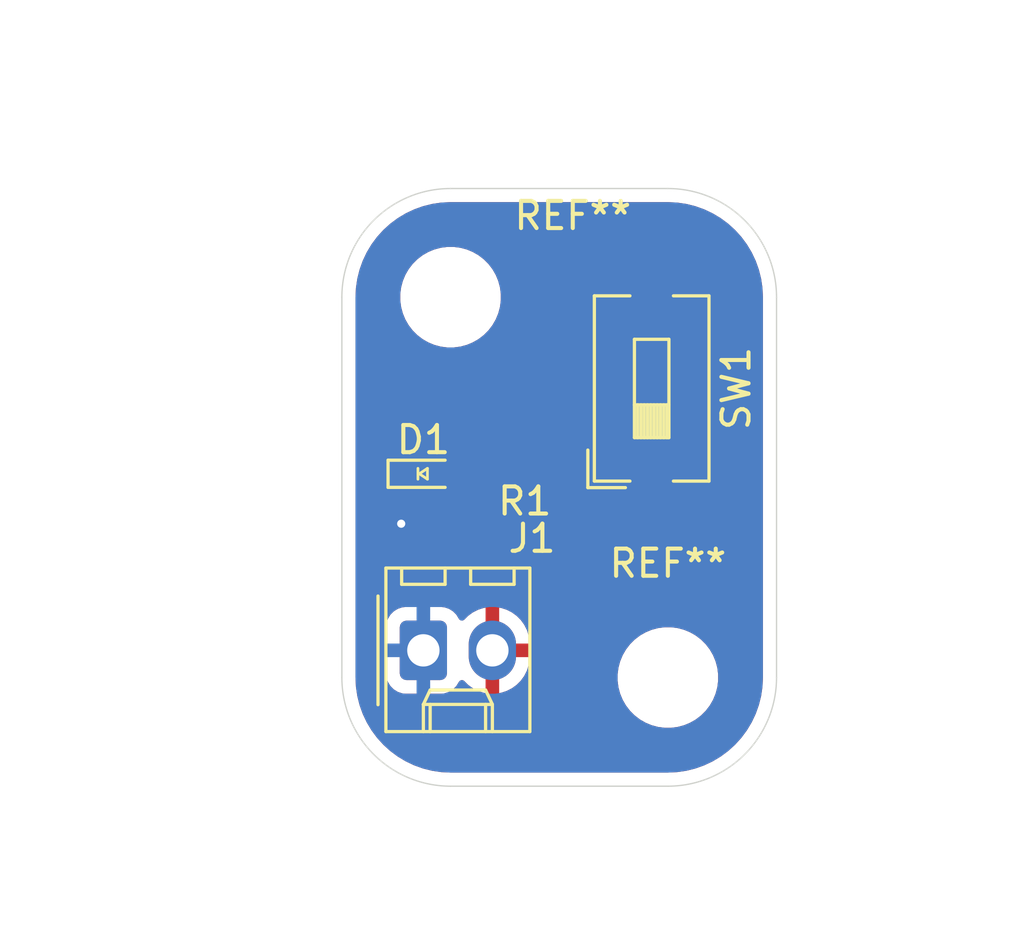
<source format=kicad_pcb>
(kicad_pcb (version 20240108) (generator "pcbnew") (generator_version "8.0")
  (title_block (title "LED Project") (date "2024-09-18") (rev "1.0") (company "Illini Solar Car") (comment 1 "Designed by Sanjiv Sainathan"))
  (layers (0 "F.Cu" signal) (31 "B.Cu" signal) (34 "B.Paste" user) (35 "F.Paste" user) (36 "B.SilkS" user "B.Silkscreen") (37 "F.SilkS" user "F.Silkscreen") (38 "B.Mask" user) (39 "F.Mask" user) (44 "Edge.Cuts" user))
  (net 0 "")
  (net 1 "Net-(D1-A)")
  (net 2 "GND")
  (net 3 "Net-(R1-Pad1)")
  (net 4 "+3V3")
  (footprint "Connector_Molex:Molex_KK-254_AE-6410-02A_1x02_P2.54mm_Vertical" (layer "F.Cu") (at 176 96)
    (property "Reference" "J1" (at 4 -4.12 0) (layer "F.SilkS"))
    (property "Value" "Conn_01x02")
    (fp_line (start -1.67 -2) (end -1.67 2) (stroke (width 0.12)) (layer "F.SilkS"))
    (fp_line (start -1.38 -3.03) (end -1.38 2.99) (stroke (width 0.12)) (layer "F.SilkS"))
    (fp_line (start -1.38 2.99) (end 3.92 2.99) (stroke (width 0.12)) (layer "F.SilkS"))
    (fp_line (start -0.8 -3.03) (end -0.8 -2.43) (stroke (width 0.12)) (layer "F.SilkS"))
    (fp_line (start -0.8 -2.43) (end 0.8 -2.43) (stroke (width 0.12)) (layer "F.SilkS"))
    (fp_line (start 0 1.99) (end 0.25 1.46) (stroke (width 0.12)) (layer "F.SilkS"))
    (fp_line (start 0 1.99) (end 2.54 1.99) (stroke (width 0.12)) (layer "F.SilkS"))
    (fp_line (start 0 2.99) (end 0 1.99) (stroke (width 0.12)) (layer "F.SilkS"))
    (fp_line (start 0.25 1.46) (end 2.29 1.46) (stroke (width 0.12)) (layer "F.SilkS"))
    (fp_line (start 0.25 2.99) (end 0.25 1.99) (stroke (width 0.12)) (layer "F.SilkS"))
    (fp_line (start 0.8 -2.43) (end 0.8 -3.03) (stroke (width 0.12)) (layer "F.SilkS"))
    (fp_line (start 1.74 -3.03) (end 1.74 -2.43) (stroke (width 0.12)) (layer "F.SilkS"))
    (fp_line (start 1.74 -2.43) (end 3.34 -2.43) (stroke (width 0.12)) (layer "F.SilkS"))
    (fp_line (start 2.29 1.46) (end 2.54 1.99) (stroke (width 0.12)) (layer "F.SilkS"))
    (fp_line (start 2.29 2.99) (end 2.29 1.99) (stroke (width 0.12)) (layer "F.SilkS"))
    (fp_line (start 2.54 1.99) (end 2.54 2.99) (stroke (width 0.12)) (layer "F.SilkS"))
    (fp_line (start 3.34 -2.43) (end 3.34 -3.03) (stroke (width 0.12)) (layer "F.SilkS"))
    (fp_line (start 3.92 -3.03) (end -1.38 -3.03) (stroke (width 0.12)) (layer "F.SilkS"))
    (fp_line (start 3.92 2.99) (end 3.92 -3.03) (stroke (width 0.12)) (layer "F.SilkS"))
    (pad "1" thru_hole roundrect (at 0 0) (size 1.74 2.19) (drill 1.19) (layers "*.Cu" "*.Mask") (roundrect_rratio 0.143678) (net 2 "GND"))
    (pad "2" thru_hole oval (at 2.54 0) (size 1.74 2.19) (drill 1.19) (layers "*.Cu" "*.Mask") (net 4 "+3V3"))
  )
  (footprint "layout:LED_0603_Symbol_on_F.SilkS" (layer "F.Cu") (at 176 89.5)
    (property "Reference" "D1" (at 0 -1.25 0) (layer "F.SilkS"))
    (property "Value" "LED_BLUE")
    (fp_line (start -1.3 -0.5) (end -1.3 0.5) (stroke (width 0.12)) (layer "F.SilkS"))
    (fp_line (start -1.3 -0.5) (end 0.8 -0.5) (stroke (width 0.12)) (layer "F.SilkS"))
    (fp_line (start -1.3 0.5) (end 0.8 0.5) (stroke (width 0.12)) (layer "F.SilkS"))
    (fp_line (start -0.2 -0.2) (end -0.2 0.2) (stroke (width 0.1)) (layer "F.SilkS"))
    (fp_line (start -0.15 0) (end 0.15 -0.2) (stroke (width 0.1)) (layer "F.SilkS"))
    (fp_line (start 0.15 -0.2) (end 0.15 0.2) (stroke (width 0.1)) (layer "F.SilkS"))
    (fp_line (start 0.15 0.2) (end -0.15 0) (stroke (width 0.1)) (layer "F.SilkS"))
    (pad "1" smd rect (at -0.8 0 180) (size 0.8 0.8) (layers "F.Cu" "F.Paste" "F.Mask") (net 2 "GND"))
    (pad "2" smd rect (at 0.8 0 180) (size 0.8 0.8) (layers "F.Cu" "F.Paste" "F.Mask") (net 1 "Net-(D1-A)"))
  )
  (footprint "MountingHole:MountingHole_3.2mm_M3" (layer "F.Cu") (at 177 83)
    (property "Reference" "REF**" (at 4.5 -3 0) (layer "F.SilkS"))
    (property "Value" "MountingHole_3.2mm_M3")
    (pad "" np_thru_hole circle (at 0 0) (size 3.2 3.2) (drill 3.2) (layers "*.Cu" "*.Mask"))
  )
  (footprint "MountingHole:MountingHole_3.2mm_M3" (layer "F.Cu") (at 185 97)
    (property "Reference" "REF**" (at 0 -4.2 0) (layer "F.SilkS"))
    (property "Value" "MountingHole_3.2mm_M3")
    (pad "" np_thru_hole circle (at 0 0) (size 3.2 3.2) (drill 3.2) (layers "*.Cu" "*.Mask"))
  )
  (footprint "Resistor_SMD:R_0201_0603Metric_Pad0.64x0.40mm_HandSolder" (layer "F.Cu") (at 179.7304 89.4588 180)
    (property "Reference" "R1" (at 0 -1.05 360) (layer "F.SilkS"))
    (property "Value" "105")
    (pad "1" smd roundrect (at -0.4075 0 180) (size 0.635 0.4) (layers "F.Cu" "F.Mask") (net 3 "Net-(R1-Pad1)"))
    (pad "2" smd roundrect (at 0.4075 0 180) (size 0.635 0.4) (layers "F.Cu" "F.Mask") (net 1 "Net-(D1-A)"))
  )
  (footprint "Button_Switch_SMD:SW_DIP_SPSTx01_Slide_6.7x4.1mm_W8.61mm_P2.54mm_LowProfile" (layer "F.Cu") (at 184.404 86.36 90)
    (property "Reference" "SW1" (at 0 3.11 90) (layer "F.SilkS"))
    (property "Value" "SW_Push")
    (fp_line (start -3.65 -2.35) (end -2.267 -2.35) (stroke (width 0.12)) (layer "F.SilkS"))
    (fp_line (start -3.65 -2.35) (end -3.65 -0.967) (stroke (width 0.12)) (layer "F.SilkS"))
    (fp_line (start 3.41 -2.11) (end 3.41 -0.8) (stroke (width 0.12)) (layer "F.SilkS"))
    (fp_line (start -3.41 -2.11) (end 3.41 -2.11) (stroke (width 0.12)) (layer "F.SilkS"))
    (fp_line (start -3.41 -2.11) (end -3.41 -0.8) (stroke (width 0.12)) (layer "F.SilkS"))
    (fp_line (start 1.81 -0.635) (end -1.81 -0.635) (stroke (width 0.12)) (layer "F.SilkS"))
    (fp_line (start -0.603333 -0.635) (end -0.603333 0.635) (stroke (width 0.12)) (layer "F.SilkS"))
    (fp_line (start -1.81 -0.635) (end -1.81 0.635) (stroke (width 0.12)) (layer "F.SilkS"))
    (fp_line (start -1.81 -0.515) (end -0.603333 -0.515) (stroke (width 0.12)) (layer "F.SilkS"))
    (fp_line (start -1.81 -0.395) (end -0.603333 -0.395) (stroke (width 0.12)) (layer "F.SilkS"))
    (fp_line (start -1.81 -0.275) (end -0.603333 -0.275) (stroke (width 0.12)) (layer "F.SilkS"))
    (fp_line (start -1.81 -0.155) (end -0.603333 -0.155) (stroke (width 0.12)) (layer "F.SilkS"))
    (fp_line (start -1.81 -0.035) (end -0.603333 -0.035) (stroke (width 0.12)) (layer "F.SilkS"))
    (fp_line (start -1.81 0.085) (end -0.603333 0.085) (stroke (width 0.12)) (layer "F.SilkS"))
    (fp_line (start -1.81 0.205) (end -0.603333 0.205) (stroke (width 0.12)) (layer "F.SilkS"))
    (fp_line (start -1.81 0.325) (end -0.603333 0.325) (stroke (width 0.12)) (layer "F.SilkS"))
    (fp_line (start -1.81 0.445) (end -0.603333 0.445) (stroke (width 0.12)) (layer "F.SilkS"))
    (fp_line (start -1.81 0.565) (end -0.603333 0.565) (stroke (width 0.12)) (layer "F.SilkS"))
    (fp_line (start 1.81 0.635) (end 1.81 -0.635) (stroke (width 0.12)) (layer "F.SilkS"))
    (fp_line (start -1.81 0.635) (end 1.81 0.635) (stroke (width 0.12)) (layer "F.SilkS"))
    (fp_line (start 3.41 0.8) (end 3.41 2.11) (stroke (width 0.12)) (layer "F.SilkS"))
    (fp_line (start -3.41 0.8) (end -3.41 2.11) (stroke (width 0.12)) (layer "F.SilkS"))
    (fp_line (start -3.41 2.11) (end 3.41 2.11) (stroke (width 0.12)) (layer "F.SilkS"))
    (pad "1" smd rect (at -4.305 0 90) (size 2.44 1.12) (layers "F.Cu" "F.Paste" "F.Mask") (net 4 "+3V3"))
    (pad "2" smd rect (at 4.305 0 90) (size 2.44 1.12) (layers "F.Cu" "F.Paste" "F.Mask") (net 3 "Net-(R1-Pad1)"))
  )
  (gr_line (start 185 79) (end 177 79) (stroke (width 0.05)) (layer "Edge.Cuts"))
  (gr_arc (start 177 101) (mid 174.171573 99.828427) (end 173 97) (stroke (width 0.05)) (layer "Edge.Cuts"))
  (gr_line (start 173 83) (end 173 97) (stroke (width 0.05)) (layer "Edge.Cuts"))
  (gr_arc (start 173 83) (mid 174.171573 80.171573) (end 177 79) (stroke (width 0.05)) (layer "Edge.Cuts"))
  (gr_arc (start 189 97) (mid 187.828427 99.828427) (end 185 101) (stroke (width 0.05)) (layer "Edge.Cuts"))
  (gr_line (start 189 97) (end 189 83) (stroke (width 0.05)) (layer "Edge.Cuts"))
  (gr_arc (start 185 79) (mid 187.828427 80.171573) (end 189 83) (stroke (width 0.05)) (layer "Edge.Cuts"))
  (gr_line (start 177 101) (end 185 101) (stroke (width 0.05)) (layer "Edge.Cuts"))
  (segment (start 176.9364 90.3224) (end 176.9364 90.4748) (width 0.2) (layer "F.Cu") (net 1))
  (segment (start 179.2986 91.1352) (end 179.3229 91.1109) (width 0.2) (layer "F.Cu") (net 1))
  (segment (start 176.8 89.5) (end 176.8 90.186) (width 0.2) (layer "F.Cu") (net 1))
  (segment (start 179.3229 91.1109) (end 179.3229 89.4588) (width 0.2) (layer "F.Cu") (net 1))
  (segment (start 176.8 90.186) (end 176.9364 90.3224) (width 0.2) (layer "F.Cu") (net 1))
  (segment (start 179.2986 91.2368) (end 179.2986 91.1352) (width 0.2) (layer "F.Cu") (net 1))
  (segment (start 177.6984 91.2368) (end 179.2986 91.2368) (width 0.2) (layer "F.Cu") (net 1))
  (segment (start 176.9364 90.4748) (end 177.6984 91.2368) (width 0.2) (layer "F.Cu") (net 1))
  (segment (start 175.2 89.5) (end 175.2 91.3222) (width 0.2) (layer "F.Cu") (net 2))
  (segment (start 175.2 91.3222) (end 175.1838 91.3384) (width 0.2) (layer "F.Cu") (net 2))
  (via (at 175.1838 91.3384) (size 0.6) (drill 0.3) (layers "F.Cu" "B.Cu") (net 2))
  (segment (start 181.0004 89.4588) (end 180.1379 89.4588) (width 0.2) (layer "F.Cu") (net 3))
  (segment (start 181.229 82.042) (end 181.229 89.3826) (width 0.2) (layer "F.Cu") (net 3))
  (segment (start 181.229 89.3826) (end 181.0766 89.535) (width 0.2) (layer "F.Cu") (net 3))
  (segment (start 184.404 82.055) (end 181.242 82.055) (width 0.2) (layer "F.Cu") (net 3))
  (segment (start 181.242 82.055) (end 181.229 82.042) (width 0.2) (layer "F.Cu") (net 3))
  (segment (start 181.0766 89.535) (end 181.0004 89.4588) (width 0.2) (layer "F.Cu") (net 3))
  (zone (net 4) (net_name "+3V3") (layer "F.Cu") (connect_pads (clearance 0.5)) (min_thickness 0.25) (fill yes (thermal_gap 0.5) (thermal_bridge_width 0.5))
    (polygon (pts (xy 173 79.5) (xy 189 79.5) (xy 189 102) (xy 172.5 102)))
  )
  (zone (net 2) (net_name "GND") (layer "B.Cu") (priority 1) (connect_pads (clearance 0.5)) (min_thickness 0.25) (fill yes (thermal_gap 0.5) (thermal_bridge_width 0.5))
    (polygon (pts (xy 173 79.5) (xy 189 79.5) (xy 189 102) (xy 172.5 102)))
  )
)
</source>
